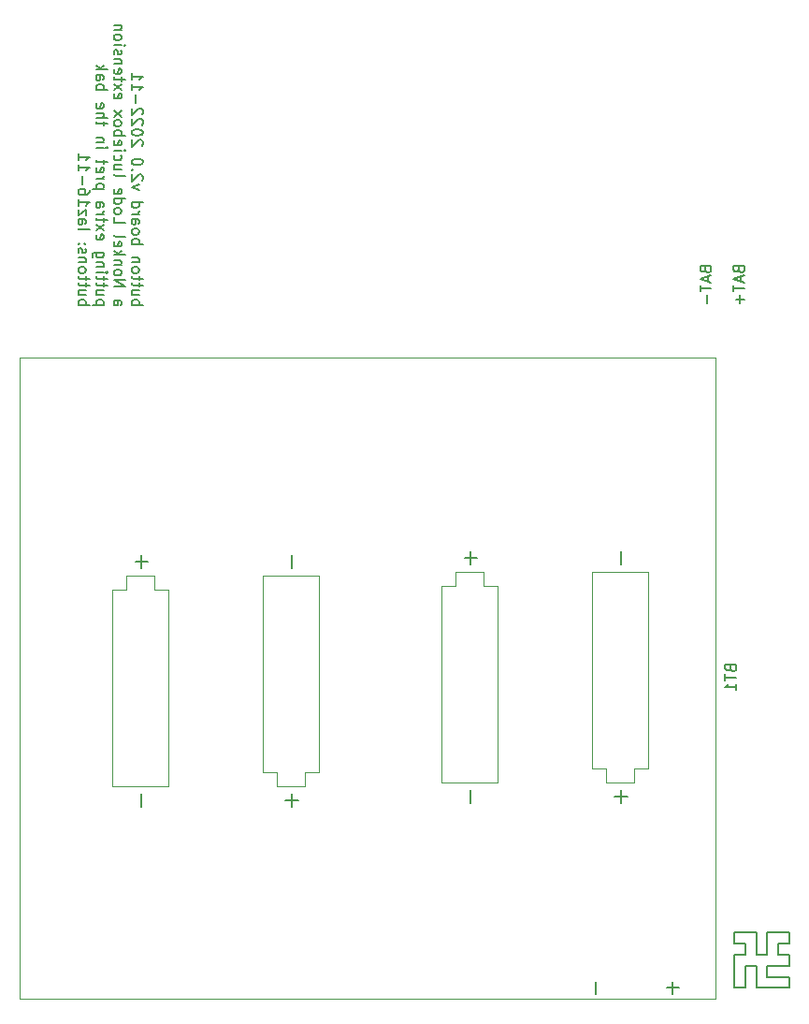
<source format=gbr>
%TF.GenerationSoftware,KiCad,Pcbnew,(6.0.0)*%
%TF.CreationDate,2022-11-14T01:45:54-08:00*%
%TF.ProjectId,button_pcb,62757474-6f6e-45f7-9063-622e6b696361,rev?*%
%TF.SameCoordinates,Original*%
%TF.FileFunction,Legend,Bot*%
%TF.FilePolarity,Positive*%
%FSLAX46Y46*%
G04 Gerber Fmt 4.6, Leading zero omitted, Abs format (unit mm)*
G04 Created by KiCad (PCBNEW (6.0.0)) date 2022-11-14 01:45:54*
%MOMM*%
%LPD*%
G01*
G04 APERTURE LIST*
%ADD10C,0.150000*%
%ADD11C,0.120000*%
G04 APERTURE END LIST*
D10*
X72000000Y-88100000D02*
X73000000Y-88100000D01*
X77000000Y-85100000D02*
X76000000Y-85100000D01*
X77000000Y-87100000D02*
X75000000Y-87100000D01*
X77000000Y-88100000D02*
X77000000Y-87100000D01*
X74000000Y-88100000D02*
X77000000Y-88100000D01*
X74000000Y-86100000D02*
X74000000Y-88100000D01*
X75000000Y-86100000D02*
X77000000Y-86100000D01*
X72000000Y-84100000D02*
X73000000Y-84100000D01*
X73000000Y-88100000D02*
X73000000Y-86100000D01*
X74000000Y-85100000D02*
X74000000Y-83100000D01*
X72000000Y-86100000D02*
X72000000Y-88100000D01*
X76000000Y-84100000D02*
X77000000Y-84100000D01*
X74000000Y-83100000D02*
X72000000Y-83100000D01*
X72000000Y-85100000D02*
X72000000Y-86100000D01*
X73000000Y-84100000D02*
X73000000Y-85100000D01*
X75000000Y-87100000D02*
X75000000Y-86100000D01*
X77000000Y-86100000D02*
X77000000Y-85100000D01*
X77000000Y-84100000D02*
X77000000Y-83100000D01*
X76000000Y-85100000D02*
X76000000Y-84100000D01*
X73000000Y-85100000D02*
X72000000Y-85100000D01*
X75000000Y-85100000D02*
X74000000Y-85100000D01*
X73000000Y-86100000D02*
X74000000Y-86100000D01*
X77000000Y-83100000D02*
X75000000Y-83100000D01*
X72000000Y-83100000D02*
X72000000Y-84100000D01*
X75000000Y-83100000D02*
X75000000Y-85100000D01*
X72388571Y-23142857D02*
X72436190Y-23285714D01*
X72483809Y-23333333D01*
X72579047Y-23380952D01*
X72721904Y-23380952D01*
X72817142Y-23333333D01*
X72864761Y-23285714D01*
X72912380Y-23190476D01*
X72912380Y-22809523D01*
X71912380Y-22809523D01*
X71912380Y-23142857D01*
X71960000Y-23238095D01*
X72007619Y-23285714D01*
X72102857Y-23333333D01*
X72198095Y-23333333D01*
X72293333Y-23285714D01*
X72340952Y-23238095D01*
X72388571Y-23142857D01*
X72388571Y-22809523D01*
X72626666Y-23761904D02*
X72626666Y-24238095D01*
X72912380Y-23666666D02*
X71912380Y-24000000D01*
X72912380Y-24333333D01*
X71912380Y-24523809D02*
X71912380Y-25095238D01*
X72912380Y-24809523D02*
X71912380Y-24809523D01*
X72531428Y-25428571D02*
X72531428Y-26190476D01*
X72912380Y-25809523D02*
X72150476Y-25809523D01*
X69388571Y-23142857D02*
X69436190Y-23285714D01*
X69483809Y-23333333D01*
X69579047Y-23380952D01*
X69721904Y-23380952D01*
X69817142Y-23333333D01*
X69864761Y-23285714D01*
X69912380Y-23190476D01*
X69912380Y-22809523D01*
X68912380Y-22809523D01*
X68912380Y-23142857D01*
X68960000Y-23238095D01*
X69007619Y-23285714D01*
X69102857Y-23333333D01*
X69198095Y-23333333D01*
X69293333Y-23285714D01*
X69340952Y-23238095D01*
X69388571Y-23142857D01*
X69388571Y-22809523D01*
X69626666Y-23761904D02*
X69626666Y-24238095D01*
X69912380Y-23666666D02*
X68912380Y-24000000D01*
X69912380Y-24333333D01*
X68912380Y-24523809D02*
X68912380Y-25095238D01*
X69912380Y-24809523D02*
X68912380Y-24809523D01*
X69531428Y-25428571D02*
X69531428Y-26190476D01*
X17456619Y-26334404D02*
X18456619Y-26334404D01*
X18075666Y-26334404D02*
X18123285Y-26239166D01*
X18123285Y-26048690D01*
X18075666Y-25953452D01*
X18028047Y-25905833D01*
X17932809Y-25858214D01*
X17647095Y-25858214D01*
X17551857Y-25905833D01*
X17504238Y-25953452D01*
X17456619Y-26048690D01*
X17456619Y-26239166D01*
X17504238Y-26334404D01*
X18123285Y-25001071D02*
X17456619Y-25001071D01*
X18123285Y-25429642D02*
X17599476Y-25429642D01*
X17504238Y-25382023D01*
X17456619Y-25286785D01*
X17456619Y-25143928D01*
X17504238Y-25048690D01*
X17551857Y-25001071D01*
X18123285Y-24667738D02*
X18123285Y-24286785D01*
X18456619Y-24524880D02*
X17599476Y-24524880D01*
X17504238Y-24477261D01*
X17456619Y-24382023D01*
X17456619Y-24286785D01*
X18123285Y-24096309D02*
X18123285Y-23715357D01*
X18456619Y-23953452D02*
X17599476Y-23953452D01*
X17504238Y-23905833D01*
X17456619Y-23810595D01*
X17456619Y-23715357D01*
X17456619Y-23239166D02*
X17504238Y-23334404D01*
X17551857Y-23382023D01*
X17647095Y-23429642D01*
X17932809Y-23429642D01*
X18028047Y-23382023D01*
X18075666Y-23334404D01*
X18123285Y-23239166D01*
X18123285Y-23096309D01*
X18075666Y-23001071D01*
X18028047Y-22953452D01*
X17932809Y-22905833D01*
X17647095Y-22905833D01*
X17551857Y-22953452D01*
X17504238Y-23001071D01*
X17456619Y-23096309D01*
X17456619Y-23239166D01*
X18123285Y-22477261D02*
X17456619Y-22477261D01*
X18028047Y-22477261D02*
X18075666Y-22429642D01*
X18123285Y-22334404D01*
X18123285Y-22191547D01*
X18075666Y-22096309D01*
X17980428Y-22048690D01*
X17456619Y-22048690D01*
X17456619Y-20810595D02*
X18456619Y-20810595D01*
X18075666Y-20810595D02*
X18123285Y-20715357D01*
X18123285Y-20524880D01*
X18075666Y-20429642D01*
X18028047Y-20382023D01*
X17932809Y-20334404D01*
X17647095Y-20334404D01*
X17551857Y-20382023D01*
X17504238Y-20429642D01*
X17456619Y-20524880D01*
X17456619Y-20715357D01*
X17504238Y-20810595D01*
X17456619Y-19762976D02*
X17504238Y-19858214D01*
X17551857Y-19905833D01*
X17647095Y-19953452D01*
X17932809Y-19953452D01*
X18028047Y-19905833D01*
X18075666Y-19858214D01*
X18123285Y-19762976D01*
X18123285Y-19620119D01*
X18075666Y-19524880D01*
X18028047Y-19477261D01*
X17932809Y-19429642D01*
X17647095Y-19429642D01*
X17551857Y-19477261D01*
X17504238Y-19524880D01*
X17456619Y-19620119D01*
X17456619Y-19762976D01*
X17456619Y-18572500D02*
X17980428Y-18572500D01*
X18075666Y-18620119D01*
X18123285Y-18715357D01*
X18123285Y-18905833D01*
X18075666Y-19001071D01*
X17504238Y-18572500D02*
X17456619Y-18667738D01*
X17456619Y-18905833D01*
X17504238Y-19001071D01*
X17599476Y-19048690D01*
X17694714Y-19048690D01*
X17789952Y-19001071D01*
X17837571Y-18905833D01*
X17837571Y-18667738D01*
X17885190Y-18572500D01*
X17456619Y-18096309D02*
X18123285Y-18096309D01*
X17932809Y-18096309D02*
X18028047Y-18048690D01*
X18075666Y-18001071D01*
X18123285Y-17905833D01*
X18123285Y-17810595D01*
X17456619Y-17048690D02*
X18456619Y-17048690D01*
X17504238Y-17048690D02*
X17456619Y-17143928D01*
X17456619Y-17334404D01*
X17504238Y-17429642D01*
X17551857Y-17477261D01*
X17647095Y-17524880D01*
X17932809Y-17524880D01*
X18028047Y-17477261D01*
X18075666Y-17429642D01*
X18123285Y-17334404D01*
X18123285Y-17143928D01*
X18075666Y-17048690D01*
X18123285Y-15905833D02*
X17456619Y-15667738D01*
X18123285Y-15429642D01*
X18361380Y-15096309D02*
X18409000Y-15048690D01*
X18456619Y-14953452D01*
X18456619Y-14715357D01*
X18409000Y-14620119D01*
X18361380Y-14572500D01*
X18266142Y-14524880D01*
X18170904Y-14524880D01*
X18028047Y-14572500D01*
X17456619Y-15143928D01*
X17456619Y-14524880D01*
X17551857Y-14096309D02*
X17504238Y-14048690D01*
X17456619Y-14096309D01*
X17504238Y-14143928D01*
X17551857Y-14096309D01*
X17456619Y-14096309D01*
X18456619Y-13429642D02*
X18456619Y-13334404D01*
X18409000Y-13239166D01*
X18361380Y-13191547D01*
X18266142Y-13143928D01*
X18075666Y-13096309D01*
X17837571Y-13096309D01*
X17647095Y-13143928D01*
X17551857Y-13191547D01*
X17504238Y-13239166D01*
X17456619Y-13334404D01*
X17456619Y-13429642D01*
X17504238Y-13524880D01*
X17551857Y-13572500D01*
X17647095Y-13620119D01*
X17837571Y-13667738D01*
X18075666Y-13667738D01*
X18266142Y-13620119D01*
X18361380Y-13572500D01*
X18409000Y-13524880D01*
X18456619Y-13429642D01*
X18361380Y-11953452D02*
X18409000Y-11905833D01*
X18456619Y-11810595D01*
X18456619Y-11572500D01*
X18409000Y-11477261D01*
X18361380Y-11429642D01*
X18266142Y-11382023D01*
X18170904Y-11382023D01*
X18028047Y-11429642D01*
X17456619Y-12001071D01*
X17456619Y-11382023D01*
X18456619Y-10762976D02*
X18456619Y-10667738D01*
X18409000Y-10572500D01*
X18361380Y-10524880D01*
X18266142Y-10477261D01*
X18075666Y-10429642D01*
X17837571Y-10429642D01*
X17647095Y-10477261D01*
X17551857Y-10524880D01*
X17504238Y-10572500D01*
X17456619Y-10667738D01*
X17456619Y-10762976D01*
X17504238Y-10858214D01*
X17551857Y-10905833D01*
X17647095Y-10953452D01*
X17837571Y-11001071D01*
X18075666Y-11001071D01*
X18266142Y-10953452D01*
X18361380Y-10905833D01*
X18409000Y-10858214D01*
X18456619Y-10762976D01*
X18361380Y-10048690D02*
X18409000Y-10001071D01*
X18456619Y-9905833D01*
X18456619Y-9667738D01*
X18409000Y-9572500D01*
X18361380Y-9524880D01*
X18266142Y-9477261D01*
X18170904Y-9477261D01*
X18028047Y-9524880D01*
X17456619Y-10096309D01*
X17456619Y-9477261D01*
X18361380Y-9096309D02*
X18409000Y-9048690D01*
X18456619Y-8953452D01*
X18456619Y-8715357D01*
X18409000Y-8620119D01*
X18361380Y-8572500D01*
X18266142Y-8524880D01*
X18170904Y-8524880D01*
X18028047Y-8572500D01*
X17456619Y-9143928D01*
X17456619Y-8524880D01*
X17837571Y-8096309D02*
X17837571Y-7334404D01*
X17456619Y-6334404D02*
X17456619Y-6905833D01*
X17456619Y-6620119D02*
X18456619Y-6620119D01*
X18313761Y-6715357D01*
X18218523Y-6810595D01*
X18170904Y-6905833D01*
X17456619Y-5382023D02*
X17456619Y-5953452D01*
X17456619Y-5667738D02*
X18456619Y-5667738D01*
X18313761Y-5762976D01*
X18218523Y-5858214D01*
X18170904Y-5953452D01*
X15846619Y-25905833D02*
X16370428Y-25905833D01*
X16465666Y-25953452D01*
X16513285Y-26048690D01*
X16513285Y-26239166D01*
X16465666Y-26334404D01*
X15894238Y-25905833D02*
X15846619Y-26001071D01*
X15846619Y-26239166D01*
X15894238Y-26334404D01*
X15989476Y-26382023D01*
X16084714Y-26382023D01*
X16179952Y-26334404D01*
X16227571Y-26239166D01*
X16227571Y-26001071D01*
X16275190Y-25905833D01*
X15846619Y-24667738D02*
X16846619Y-24667738D01*
X15846619Y-24096309D01*
X16846619Y-24096309D01*
X15846619Y-23477261D02*
X15894238Y-23572500D01*
X15941857Y-23620119D01*
X16037095Y-23667738D01*
X16322809Y-23667738D01*
X16418047Y-23620119D01*
X16465666Y-23572500D01*
X16513285Y-23477261D01*
X16513285Y-23334404D01*
X16465666Y-23239166D01*
X16418047Y-23191547D01*
X16322809Y-23143928D01*
X16037095Y-23143928D01*
X15941857Y-23191547D01*
X15894238Y-23239166D01*
X15846619Y-23334404D01*
X15846619Y-23477261D01*
X16513285Y-22715357D02*
X15846619Y-22715357D01*
X16418047Y-22715357D02*
X16465666Y-22667738D01*
X16513285Y-22572500D01*
X16513285Y-22429642D01*
X16465666Y-22334404D01*
X16370428Y-22286785D01*
X15846619Y-22286785D01*
X15846619Y-21810595D02*
X16846619Y-21810595D01*
X16227571Y-21715357D02*
X15846619Y-21429642D01*
X16513285Y-21429642D02*
X16132333Y-21810595D01*
X15894238Y-20620119D02*
X15846619Y-20715357D01*
X15846619Y-20905833D01*
X15894238Y-21001071D01*
X15989476Y-21048690D01*
X16370428Y-21048690D01*
X16465666Y-21001071D01*
X16513285Y-20905833D01*
X16513285Y-20715357D01*
X16465666Y-20620119D01*
X16370428Y-20572500D01*
X16275190Y-20572500D01*
X16179952Y-21048690D01*
X15846619Y-20001071D02*
X15894238Y-20096309D01*
X15989476Y-20143928D01*
X16846619Y-20143928D01*
X15846619Y-18382023D02*
X15846619Y-18858214D01*
X16846619Y-18858214D01*
X15846619Y-17905833D02*
X15894238Y-18001071D01*
X15941857Y-18048690D01*
X16037095Y-18096309D01*
X16322809Y-18096309D01*
X16418047Y-18048690D01*
X16465666Y-18001071D01*
X16513285Y-17905833D01*
X16513285Y-17762976D01*
X16465666Y-17667738D01*
X16418047Y-17620119D01*
X16322809Y-17572500D01*
X16037095Y-17572500D01*
X15941857Y-17620119D01*
X15894238Y-17667738D01*
X15846619Y-17762976D01*
X15846619Y-17905833D01*
X15846619Y-16715357D02*
X16846619Y-16715357D01*
X15894238Y-16715357D02*
X15846619Y-16810595D01*
X15846619Y-17001071D01*
X15894238Y-17096309D01*
X15941857Y-17143928D01*
X16037095Y-17191547D01*
X16322809Y-17191547D01*
X16418047Y-17143928D01*
X16465666Y-17096309D01*
X16513285Y-17001071D01*
X16513285Y-16810595D01*
X16465666Y-16715357D01*
X15894238Y-15858214D02*
X15846619Y-15953452D01*
X15846619Y-16143928D01*
X15894238Y-16239166D01*
X15989476Y-16286785D01*
X16370428Y-16286785D01*
X16465666Y-16239166D01*
X16513285Y-16143928D01*
X16513285Y-15953452D01*
X16465666Y-15858214D01*
X16370428Y-15810595D01*
X16275190Y-15810595D01*
X16179952Y-16286785D01*
X15846619Y-14477261D02*
X15894238Y-14572500D01*
X15989476Y-14620119D01*
X16846619Y-14620119D01*
X16513285Y-13667738D02*
X15846619Y-13667738D01*
X16513285Y-14096309D02*
X15989476Y-14096309D01*
X15894238Y-14048690D01*
X15846619Y-13953452D01*
X15846619Y-13810595D01*
X15894238Y-13715357D01*
X15941857Y-13667738D01*
X15894238Y-12762976D02*
X15846619Y-12858214D01*
X15846619Y-13048690D01*
X15894238Y-13143928D01*
X15941857Y-13191547D01*
X16037095Y-13239166D01*
X16322809Y-13239166D01*
X16418047Y-13191547D01*
X16465666Y-13143928D01*
X16513285Y-13048690D01*
X16513285Y-12858214D01*
X16465666Y-12762976D01*
X15846619Y-12334404D02*
X16513285Y-12334404D01*
X16846619Y-12334404D02*
X16799000Y-12382023D01*
X16751380Y-12334404D01*
X16799000Y-12286785D01*
X16846619Y-12334404D01*
X16751380Y-12334404D01*
X15894238Y-11477261D02*
X15846619Y-11572500D01*
X15846619Y-11762976D01*
X15894238Y-11858214D01*
X15989476Y-11905833D01*
X16370428Y-11905833D01*
X16465666Y-11858214D01*
X16513285Y-11762976D01*
X16513285Y-11572500D01*
X16465666Y-11477261D01*
X16370428Y-11429642D01*
X16275190Y-11429642D01*
X16179952Y-11905833D01*
X15846619Y-11001071D02*
X16846619Y-11001071D01*
X16465666Y-11001071D02*
X16513285Y-10905833D01*
X16513285Y-10715357D01*
X16465666Y-10620119D01*
X16418047Y-10572500D01*
X16322809Y-10524880D01*
X16037095Y-10524880D01*
X15941857Y-10572500D01*
X15894238Y-10620119D01*
X15846619Y-10715357D01*
X15846619Y-10905833D01*
X15894238Y-11001071D01*
X15846619Y-9953452D02*
X15894238Y-10048690D01*
X15941857Y-10096309D01*
X16037095Y-10143928D01*
X16322809Y-10143928D01*
X16418047Y-10096309D01*
X16465666Y-10048690D01*
X16513285Y-9953452D01*
X16513285Y-9810595D01*
X16465666Y-9715357D01*
X16418047Y-9667738D01*
X16322809Y-9620119D01*
X16037095Y-9620119D01*
X15941857Y-9667738D01*
X15894238Y-9715357D01*
X15846619Y-9810595D01*
X15846619Y-9953452D01*
X15846619Y-9286785D02*
X16513285Y-8762976D01*
X16513285Y-9286785D02*
X15846619Y-8762976D01*
X15894238Y-7239166D02*
X15846619Y-7334404D01*
X15846619Y-7524880D01*
X15894238Y-7620119D01*
X15989476Y-7667738D01*
X16370428Y-7667738D01*
X16465666Y-7620119D01*
X16513285Y-7524880D01*
X16513285Y-7334404D01*
X16465666Y-7239166D01*
X16370428Y-7191547D01*
X16275190Y-7191547D01*
X16179952Y-7667738D01*
X15846619Y-6858214D02*
X16513285Y-6334404D01*
X16513285Y-6858214D02*
X15846619Y-6334404D01*
X16513285Y-6096309D02*
X16513285Y-5715357D01*
X16846619Y-5953452D02*
X15989476Y-5953452D01*
X15894238Y-5905833D01*
X15846619Y-5810595D01*
X15846619Y-5715357D01*
X15894238Y-5001071D02*
X15846619Y-5096309D01*
X15846619Y-5286785D01*
X15894238Y-5382023D01*
X15989476Y-5429642D01*
X16370428Y-5429642D01*
X16465666Y-5382023D01*
X16513285Y-5286785D01*
X16513285Y-5096309D01*
X16465666Y-5001071D01*
X16370428Y-4953452D01*
X16275190Y-4953452D01*
X16179952Y-5429642D01*
X16513285Y-4524880D02*
X15846619Y-4524880D01*
X16418047Y-4524880D02*
X16465666Y-4477261D01*
X16513285Y-4382023D01*
X16513285Y-4239166D01*
X16465666Y-4143928D01*
X16370428Y-4096309D01*
X15846619Y-4096309D01*
X15894238Y-3667738D02*
X15846619Y-3572500D01*
X15846619Y-3382023D01*
X15894238Y-3286785D01*
X15989476Y-3239166D01*
X16037095Y-3239166D01*
X16132333Y-3286785D01*
X16179952Y-3382023D01*
X16179952Y-3524880D01*
X16227571Y-3620119D01*
X16322809Y-3667738D01*
X16370428Y-3667738D01*
X16465666Y-3620119D01*
X16513285Y-3524880D01*
X16513285Y-3382023D01*
X16465666Y-3286785D01*
X15846619Y-2810595D02*
X16513285Y-2810595D01*
X16846619Y-2810595D02*
X16799000Y-2858214D01*
X16751380Y-2810595D01*
X16799000Y-2762976D01*
X16846619Y-2810595D01*
X16751380Y-2810595D01*
X15846619Y-2191547D02*
X15894238Y-2286785D01*
X15941857Y-2334404D01*
X16037095Y-2382023D01*
X16322809Y-2382023D01*
X16418047Y-2334404D01*
X16465666Y-2286785D01*
X16513285Y-2191547D01*
X16513285Y-2048690D01*
X16465666Y-1953452D01*
X16418047Y-1905833D01*
X16322809Y-1858214D01*
X16037095Y-1858214D01*
X15941857Y-1905833D01*
X15894238Y-1953452D01*
X15846619Y-2048690D01*
X15846619Y-2191547D01*
X16513285Y-1429642D02*
X15846619Y-1429642D01*
X16418047Y-1429642D02*
X16465666Y-1382023D01*
X16513285Y-1286785D01*
X16513285Y-1143928D01*
X16465666Y-1048690D01*
X16370428Y-1001071D01*
X15846619Y-1001071D01*
X14903285Y-26334404D02*
X13903285Y-26334404D01*
X14855666Y-26334404D02*
X14903285Y-26239166D01*
X14903285Y-26048690D01*
X14855666Y-25953452D01*
X14808047Y-25905833D01*
X14712809Y-25858214D01*
X14427095Y-25858214D01*
X14331857Y-25905833D01*
X14284238Y-25953452D01*
X14236619Y-26048690D01*
X14236619Y-26239166D01*
X14284238Y-26334404D01*
X14903285Y-25001071D02*
X14236619Y-25001071D01*
X14903285Y-25429642D02*
X14379476Y-25429642D01*
X14284238Y-25382023D01*
X14236619Y-25286785D01*
X14236619Y-25143928D01*
X14284238Y-25048690D01*
X14331857Y-25001071D01*
X14903285Y-24667738D02*
X14903285Y-24286785D01*
X15236619Y-24524880D02*
X14379476Y-24524880D01*
X14284238Y-24477261D01*
X14236619Y-24382023D01*
X14236619Y-24286785D01*
X14903285Y-24096309D02*
X14903285Y-23715357D01*
X15236619Y-23953452D02*
X14379476Y-23953452D01*
X14284238Y-23905833D01*
X14236619Y-23810595D01*
X14236619Y-23715357D01*
X14236619Y-23382023D02*
X14903285Y-23382023D01*
X15236619Y-23382023D02*
X15189000Y-23429642D01*
X15141380Y-23382023D01*
X15189000Y-23334404D01*
X15236619Y-23382023D01*
X15141380Y-23382023D01*
X14903285Y-22905833D02*
X14236619Y-22905833D01*
X14808047Y-22905833D02*
X14855666Y-22858214D01*
X14903285Y-22762976D01*
X14903285Y-22620119D01*
X14855666Y-22524880D01*
X14760428Y-22477261D01*
X14236619Y-22477261D01*
X14903285Y-21572500D02*
X14093761Y-21572500D01*
X13998523Y-21620119D01*
X13950904Y-21667738D01*
X13903285Y-21762976D01*
X13903285Y-21905833D01*
X13950904Y-22001071D01*
X14284238Y-21572500D02*
X14236619Y-21667738D01*
X14236619Y-21858214D01*
X14284238Y-21953452D01*
X14331857Y-22001071D01*
X14427095Y-22048690D01*
X14712809Y-22048690D01*
X14808047Y-22001071D01*
X14855666Y-21953452D01*
X14903285Y-21858214D01*
X14903285Y-21667738D01*
X14855666Y-21572500D01*
X14284238Y-19953452D02*
X14236619Y-20048690D01*
X14236619Y-20239166D01*
X14284238Y-20334404D01*
X14379476Y-20382023D01*
X14760428Y-20382023D01*
X14855666Y-20334404D01*
X14903285Y-20239166D01*
X14903285Y-20048690D01*
X14855666Y-19953452D01*
X14760428Y-19905833D01*
X14665190Y-19905833D01*
X14569952Y-20382023D01*
X14236619Y-19572500D02*
X14903285Y-19048690D01*
X14903285Y-19572500D02*
X14236619Y-19048690D01*
X14903285Y-18810595D02*
X14903285Y-18429642D01*
X15236619Y-18667738D02*
X14379476Y-18667738D01*
X14284238Y-18620119D01*
X14236619Y-18524880D01*
X14236619Y-18429642D01*
X14236619Y-18096309D02*
X14903285Y-18096309D01*
X14712809Y-18096309D02*
X14808047Y-18048690D01*
X14855666Y-18001071D01*
X14903285Y-17905833D01*
X14903285Y-17810595D01*
X14236619Y-17048690D02*
X14760428Y-17048690D01*
X14855666Y-17096309D01*
X14903285Y-17191547D01*
X14903285Y-17382023D01*
X14855666Y-17477261D01*
X14284238Y-17048690D02*
X14236619Y-17143928D01*
X14236619Y-17382023D01*
X14284238Y-17477261D01*
X14379476Y-17524880D01*
X14474714Y-17524880D01*
X14569952Y-17477261D01*
X14617571Y-17382023D01*
X14617571Y-17143928D01*
X14665190Y-17048690D01*
X14903285Y-15810595D02*
X13903285Y-15810595D01*
X14855666Y-15810595D02*
X14903285Y-15715357D01*
X14903285Y-15524880D01*
X14855666Y-15429642D01*
X14808047Y-15382023D01*
X14712809Y-15334404D01*
X14427095Y-15334404D01*
X14331857Y-15382023D01*
X14284238Y-15429642D01*
X14236619Y-15524880D01*
X14236619Y-15715357D01*
X14284238Y-15810595D01*
X14236619Y-14905833D02*
X14903285Y-14905833D01*
X14712809Y-14905833D02*
X14808047Y-14858214D01*
X14855666Y-14810595D01*
X14903285Y-14715357D01*
X14903285Y-14620119D01*
X14284238Y-13905833D02*
X14236619Y-14001071D01*
X14236619Y-14191547D01*
X14284238Y-14286785D01*
X14379476Y-14334404D01*
X14760428Y-14334404D01*
X14855666Y-14286785D01*
X14903285Y-14191547D01*
X14903285Y-14001071D01*
X14855666Y-13905833D01*
X14760428Y-13858214D01*
X14665190Y-13858214D01*
X14569952Y-14334404D01*
X14903285Y-13572500D02*
X14903285Y-13191547D01*
X15236619Y-13429642D02*
X14379476Y-13429642D01*
X14284238Y-13382023D01*
X14236619Y-13286785D01*
X14236619Y-13191547D01*
X14236619Y-12096309D02*
X14903285Y-12096309D01*
X15236619Y-12096309D02*
X15189000Y-12143928D01*
X15141380Y-12096309D01*
X15189000Y-12048690D01*
X15236619Y-12096309D01*
X15141380Y-12096309D01*
X14903285Y-11620119D02*
X14236619Y-11620119D01*
X14808047Y-11620119D02*
X14855666Y-11572500D01*
X14903285Y-11477261D01*
X14903285Y-11334404D01*
X14855666Y-11239166D01*
X14760428Y-11191547D01*
X14236619Y-11191547D01*
X14903285Y-10096309D02*
X14903285Y-9715357D01*
X15236619Y-9953452D02*
X14379476Y-9953452D01*
X14284238Y-9905833D01*
X14236619Y-9810595D01*
X14236619Y-9715357D01*
X14236619Y-9382023D02*
X15236619Y-9382023D01*
X14236619Y-8953452D02*
X14760428Y-8953452D01*
X14855666Y-9001071D01*
X14903285Y-9096309D01*
X14903285Y-9239166D01*
X14855666Y-9334404D01*
X14808047Y-9382023D01*
X14284238Y-8096309D02*
X14236619Y-8191547D01*
X14236619Y-8382023D01*
X14284238Y-8477261D01*
X14379476Y-8524880D01*
X14760428Y-8524880D01*
X14855666Y-8477261D01*
X14903285Y-8382023D01*
X14903285Y-8191547D01*
X14855666Y-8096309D01*
X14760428Y-8048690D01*
X14665190Y-8048690D01*
X14569952Y-8524880D01*
X14236619Y-6858214D02*
X15236619Y-6858214D01*
X14855666Y-6858214D02*
X14903285Y-6762976D01*
X14903285Y-6572500D01*
X14855666Y-6477261D01*
X14808047Y-6429642D01*
X14712809Y-6382023D01*
X14427095Y-6382023D01*
X14331857Y-6429642D01*
X14284238Y-6477261D01*
X14236619Y-6572500D01*
X14236619Y-6762976D01*
X14284238Y-6858214D01*
X14236619Y-5524880D02*
X14760428Y-5524880D01*
X14855666Y-5572500D01*
X14903285Y-5667738D01*
X14903285Y-5858214D01*
X14855666Y-5953452D01*
X14284238Y-5524880D02*
X14236619Y-5620119D01*
X14236619Y-5858214D01*
X14284238Y-5953452D01*
X14379476Y-6001071D01*
X14474714Y-6001071D01*
X14569952Y-5953452D01*
X14617571Y-5858214D01*
X14617571Y-5620119D01*
X14665190Y-5524880D01*
X14236619Y-5048690D02*
X15236619Y-5048690D01*
X14617571Y-4953452D02*
X14236619Y-4667738D01*
X14903285Y-4667738D02*
X14522333Y-5048690D01*
X12626619Y-26334404D02*
X13626619Y-26334404D01*
X13245666Y-26334404D02*
X13293285Y-26239166D01*
X13293285Y-26048690D01*
X13245666Y-25953452D01*
X13198047Y-25905833D01*
X13102809Y-25858214D01*
X12817095Y-25858214D01*
X12721857Y-25905833D01*
X12674238Y-25953452D01*
X12626619Y-26048690D01*
X12626619Y-26239166D01*
X12674238Y-26334404D01*
X13293285Y-25001071D02*
X12626619Y-25001071D01*
X13293285Y-25429642D02*
X12769476Y-25429642D01*
X12674238Y-25382023D01*
X12626619Y-25286785D01*
X12626619Y-25143928D01*
X12674238Y-25048690D01*
X12721857Y-25001071D01*
X13293285Y-24667738D02*
X13293285Y-24286785D01*
X13626619Y-24524880D02*
X12769476Y-24524880D01*
X12674238Y-24477261D01*
X12626619Y-24382023D01*
X12626619Y-24286785D01*
X13293285Y-24096309D02*
X13293285Y-23715357D01*
X13626619Y-23953452D02*
X12769476Y-23953452D01*
X12674238Y-23905833D01*
X12626619Y-23810595D01*
X12626619Y-23715357D01*
X12626619Y-23239166D02*
X12674238Y-23334404D01*
X12721857Y-23382023D01*
X12817095Y-23429642D01*
X13102809Y-23429642D01*
X13198047Y-23382023D01*
X13245666Y-23334404D01*
X13293285Y-23239166D01*
X13293285Y-23096309D01*
X13245666Y-23001071D01*
X13198047Y-22953452D01*
X13102809Y-22905833D01*
X12817095Y-22905833D01*
X12721857Y-22953452D01*
X12674238Y-23001071D01*
X12626619Y-23096309D01*
X12626619Y-23239166D01*
X13293285Y-22477261D02*
X12626619Y-22477261D01*
X13198047Y-22477261D02*
X13245666Y-22429642D01*
X13293285Y-22334404D01*
X13293285Y-22191547D01*
X13245666Y-22096309D01*
X13150428Y-22048690D01*
X12626619Y-22048690D01*
X12674238Y-21620119D02*
X12626619Y-21524880D01*
X12626619Y-21334404D01*
X12674238Y-21239166D01*
X12769476Y-21191547D01*
X12817095Y-21191547D01*
X12912333Y-21239166D01*
X12959952Y-21334404D01*
X12959952Y-21477261D01*
X13007571Y-21572500D01*
X13102809Y-21620119D01*
X13150428Y-21620119D01*
X13245666Y-21572500D01*
X13293285Y-21477261D01*
X13293285Y-21334404D01*
X13245666Y-21239166D01*
X12721857Y-20762976D02*
X12674238Y-20715357D01*
X12626619Y-20762976D01*
X12674238Y-20810595D01*
X12721857Y-20762976D01*
X12626619Y-20762976D01*
X13245666Y-20762976D02*
X13198047Y-20715357D01*
X13150428Y-20762976D01*
X13198047Y-20810595D01*
X13245666Y-20762976D01*
X13150428Y-20762976D01*
X12626619Y-19382023D02*
X12674238Y-19477261D01*
X12769476Y-19524880D01*
X13626619Y-19524880D01*
X12626619Y-18572500D02*
X13150428Y-18572500D01*
X13245666Y-18620119D01*
X13293285Y-18715357D01*
X13293285Y-18905833D01*
X13245666Y-19001071D01*
X12674238Y-18572500D02*
X12626619Y-18667738D01*
X12626619Y-18905833D01*
X12674238Y-19001071D01*
X12769476Y-19048690D01*
X12864714Y-19048690D01*
X12959952Y-19001071D01*
X13007571Y-18905833D01*
X13007571Y-18667738D01*
X13055190Y-18572500D01*
X13293285Y-18191547D02*
X13293285Y-17667738D01*
X12626619Y-18191547D01*
X12626619Y-17667738D01*
X12626619Y-16762976D02*
X12626619Y-17334404D01*
X12626619Y-17048690D02*
X13626619Y-17048690D01*
X13483761Y-17143928D01*
X13388523Y-17239166D01*
X13340904Y-17334404D01*
X13626619Y-15905833D02*
X13626619Y-16096309D01*
X13579000Y-16191547D01*
X13531380Y-16239166D01*
X13388523Y-16334404D01*
X13198047Y-16382023D01*
X12817095Y-16382023D01*
X12721857Y-16334404D01*
X12674238Y-16286785D01*
X12626619Y-16191547D01*
X12626619Y-16001071D01*
X12674238Y-15905833D01*
X12721857Y-15858214D01*
X12817095Y-15810595D01*
X13055190Y-15810595D01*
X13150428Y-15858214D01*
X13198047Y-15905833D01*
X13245666Y-16001071D01*
X13245666Y-16191547D01*
X13198047Y-16286785D01*
X13150428Y-16334404D01*
X13055190Y-16382023D01*
X13007571Y-15382023D02*
X13007571Y-14620119D01*
X12626619Y-13620119D02*
X12626619Y-14191547D01*
X12626619Y-13905833D02*
X13626619Y-13905833D01*
X13483761Y-14001071D01*
X13388523Y-14096309D01*
X13340904Y-14191547D01*
X12626619Y-12667738D02*
X12626619Y-13239166D01*
X12626619Y-12953452D02*
X13626619Y-12953452D01*
X13483761Y-13048690D01*
X13388523Y-13143928D01*
X13340904Y-13239166D01*
%TO.C,BT1*%
X71666071Y-59214285D02*
X71713690Y-59357142D01*
X71761309Y-59404761D01*
X71856547Y-59452380D01*
X71999404Y-59452380D01*
X72094642Y-59404761D01*
X72142261Y-59357142D01*
X72189880Y-59261904D01*
X72189880Y-58880952D01*
X71189880Y-58880952D01*
X71189880Y-59214285D01*
X71237500Y-59309523D01*
X71285119Y-59357142D01*
X71380357Y-59404761D01*
X71475595Y-59404761D01*
X71570833Y-59357142D01*
X71618452Y-59309523D01*
X71666071Y-59214285D01*
X71666071Y-58880952D01*
X71189880Y-59738095D02*
X71189880Y-60309523D01*
X72189880Y-60023809D02*
X71189880Y-60023809D01*
X72189880Y-61166666D02*
X72189880Y-60595238D01*
X72189880Y-60880952D02*
X71189880Y-60880952D01*
X71332738Y-60785714D01*
X71427976Y-60690476D01*
X71475595Y-60595238D01*
X61734642Y-70223571D02*
X61734642Y-71366428D01*
X62306071Y-70795000D02*
X61163214Y-70795000D01*
X31939642Y-70578571D02*
X31939642Y-71721428D01*
X32511071Y-71150000D02*
X31368214Y-71150000D01*
X31939642Y-48988571D02*
X31939642Y-50131428D01*
X18349642Y-48988571D02*
X18349642Y-50131428D01*
X18921071Y-49560000D02*
X17778214Y-49560000D01*
X48144642Y-48633571D02*
X48144642Y-49776428D01*
X48716071Y-49205000D02*
X47573214Y-49205000D01*
X66444642Y-87528571D02*
X66444642Y-88671428D01*
X67016071Y-88100000D02*
X65873214Y-88100000D01*
X48144642Y-70223571D02*
X48144642Y-71366428D01*
X59444642Y-87528571D02*
X59444642Y-88671428D01*
X18349642Y-70578571D02*
X18349642Y-71721428D01*
X61734642Y-48633571D02*
X61734642Y-49776428D01*
D11*
X19512500Y-50830000D02*
X19512500Y-52100000D01*
X62897500Y-69525000D02*
X62897500Y-68255000D01*
X34372500Y-68610000D02*
X34372500Y-50830000D01*
X45497500Y-69525000D02*
X45497500Y-51745000D01*
X30562500Y-68610000D02*
X30562500Y-69880000D01*
X33102500Y-68610000D02*
X34372500Y-68610000D01*
X34372500Y-50830000D02*
X29292500Y-50830000D01*
X16972500Y-52100000D02*
X16972500Y-50830000D01*
X15702500Y-69880000D02*
X15702500Y-52100000D01*
X16972500Y-50830000D02*
X19512500Y-50830000D01*
X60357500Y-69525000D02*
X62897500Y-69525000D01*
X59087500Y-50475000D02*
X59087500Y-68255000D01*
X30562500Y-69880000D02*
X33102500Y-69880000D01*
X64167500Y-68255000D02*
X64167500Y-50475000D01*
X29292500Y-68610000D02*
X30562500Y-68610000D01*
X7337500Y-31100000D02*
X70337500Y-31100000D01*
X19512500Y-52100000D02*
X20782500Y-52100000D01*
X49307500Y-51745000D02*
X50577500Y-51745000D01*
X70337500Y-31100000D02*
X70337500Y-89100000D01*
X62897500Y-68255000D02*
X64167500Y-68255000D01*
X46767500Y-51745000D02*
X46767500Y-50475000D01*
X29292500Y-50830000D02*
X29292500Y-68610000D01*
X7337500Y-31100000D02*
X7337500Y-89100000D01*
X45497500Y-51745000D02*
X46767500Y-51745000D01*
X50577500Y-51745000D02*
X50577500Y-69525000D01*
X20782500Y-69880000D02*
X15702500Y-69880000D01*
X20782500Y-52100000D02*
X20782500Y-69880000D01*
X59087500Y-68255000D02*
X60357500Y-68255000D01*
X49307500Y-50475000D02*
X49307500Y-51745000D01*
X46767500Y-50475000D02*
X49307500Y-50475000D01*
X64167500Y-50475000D02*
X59087500Y-50475000D01*
X50577500Y-69525000D02*
X45497500Y-69525000D01*
X70337500Y-89100000D02*
X7337500Y-89100000D01*
X60357500Y-68255000D02*
X60357500Y-69525000D01*
X15702500Y-52100000D02*
X16972500Y-52100000D01*
X33102500Y-69880000D02*
X33102500Y-68610000D01*
%TD*%
M02*

</source>
